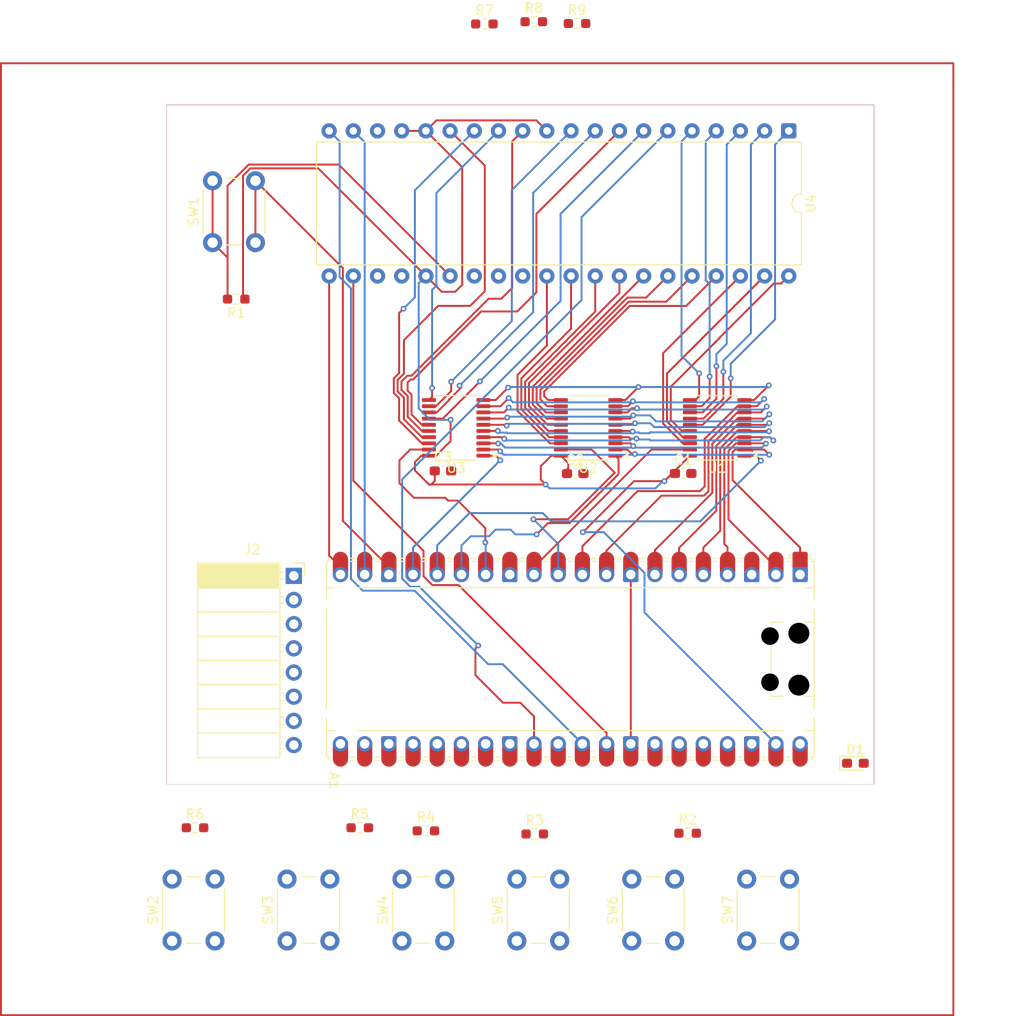
<source format=kicad_pcb>
(kicad_pcb (version 20241229) (generator "pcbnew") (generator_version "9.0")
  (layers (0 "F.Cu" signal) (2 "B.Cu" signal) (13 "F.Paste" user) (15 "B.Paste" user) (5 "F.SilkS" user "F.Silkscreen") (7 "B.SilkS" user "B.Silkscreen") (1 "F.Mask" user) (3 "B.Mask" user) (25 "Edge.Cuts" user))
  (net 0 "")
  (net 1 "IORQ")
  (net 2 "GND")
  (net 3 "SEL1")
  (net 4 "+3.3V")
  (net 5 "/B4")
  (net 6 "MOSI")
  (net 7 "RES")
  (net 8 "DIR2")
  (net 9 "+5V")
  (net 11 "DIR3")
  (net 13 "CS")
  (net 14 "/B5")
  (net 15 "/B3")
  (net 16 "CLK")
  (net 17 "SEL3")
  (net 18 "SCL")
  (net 19 "MREQ")
  (net 20 "DIR1")
  (net 21 "KEYB")
  (net 22 "/B2")
  (net 23 "WR")
  (net 25 "SDA")
  (net 26 "SCK")
  (net 27 "MISO")
  (net 28 "/B7")
  (net 29 "/B0")
  (net 30 "SEL2")
  (net 31 "RD")
  (net 32 "/B6")
  (net 33 "/B1")
  (net 34 "/A13")
  (net 35 "/A10")
  (net 36 "/A9")
  (net 37 "/A12")
  (net 38 "/A14")
  (net 39 "/A11")
  (net 40 "/A15")
  (net 41 "/A8")
  (net 42 "/A4")
  (net 43 "/A3")
  (net 45 "Net-(U4-~{RESET})")
  (net 46 "/A2")
  (net 47 "/A5")
  (net 48 "/A7")
  (net 49 "/A6")
  (net 50 "/A1")
  (net 51 "/A0")
  (net 52 "/D3")
  (net 53 "/D5")
  (net 54 "/D6")
  (net 55 "/D1")
  (net 56 "/D2")
  (net 57 "/D4")
  (net 58 "/D7")
  (net 59 "/D0")
  (net 67 "Net-(R2-Pad2)")
  (net 68 "Net-(R2-Pad1)")
  (net 69 "Net-(R3-Pad1)")
  (net 70 "Net-(R4-Pad1)")
  (footprint "Resistor_SMD:R_0603_1608Metric_Pad0.98x0.95mm_HandSolder" (layer "F.Cu") (at 175.1775 132.82)
    (property "Reference" "R4")
    (property "Value" "R_Small")
  )
  (footprint "Resistor_SMD:R_0603_1608Metric_Pad0.98x0.95mm_HandSolder" (layer "F.Cu") (at 186.5075 47.82)
    (property "Reference" "R8")
    (property "Value" "R_Small")
  )
  (footprint "Resistor_SMD:R_0603_1608Metric_Pad0.98x0.95mm_HandSolder" (layer "F.Cu") (at 150.9375 132.5)
    (property "Reference" "R6")
    (property "Value" "R_Small")
  )
  (footprint "Capacitor_SMD:C_0603_1608Metric_Pad1.08x0.95mm_HandSolder" (layer "F.Cu") (at 176.97 95.01)
    (property "Reference" "C3")
    (property "Value" "C_Small")
  )
  (footprint "Resistor_SMD:R_0603_1608Metric_Pad0.98x0.95mm_HandSolder" (layer "F.Cu") (at 168.2375 132.5)
    (property "Reference" "R5")
    (property "Value" "R_Small")
  )
  (footprint "Package_SO:TSSOP-20_4.4x6.5mm_P0.65mm" (layer "F.Cu") (at 178.3575 90.49 180)
    (property "Reference" "U3")
    (property "Value" "SN74LVC245APW")
  )
  (footprint "Button_Switch_THT:SW_PUSH_6mm" (layer "F.Cu") (at 196.794 144.39 90)
    (property "Reference" "SW6")
    (property "Value" "SW_DIP_x01")
  )
  (footprint "Resistor_SMD:R_0603_1608Metric_Pad0.98x0.95mm_HandSolder" (layer "F.Cu") (at 202.6575 133.07)
    (property "Reference" "R2")
    (property "Value" "R_Small")
  )
  (footprint "Button_Switch_THT:SW_PUSH_6mm" (layer "F.Cu") (at 184.728 144.39 90)
    (property "Reference" "SW5")
    (property "Value" "SW_DIP_x01")
  )
  (footprint "Resistor_SMD:R_0603_1608Metric_Pad0.98x0.95mm_HandSolder" (layer "F.Cu") (at 186.6075 133.15)
    (property "Reference" "R3")
    (property "Value" "R_Small")
  )
  (footprint "LED_SMD:LED_0603_1608Metric_Pad1.05x0.95mm_HandSolder" (layer "F.Cu") (at 220.275 125.72)
    (property "Reference" "D1")
    (property "Value" "LED_Small")
  )
  (footprint "Button_Switch_THT:SW_PUSH_6mm" (layer "F.Cu") (at 148.53 144.39 90)
    (property "Reference" "SW2")
    (property "Value" "SW_DIP_x01")
  )
  (footprint "Capacitor_SMD:C_0603_1608Metric_Pad1.08x0.95mm_HandSolder" (layer "F.Cu") (at 190.86 95.29)
    (property "Reference" "C2")
    (property "Value" "C_Small")
  )
  (footprint "Package_DIP:DIP-40_W15.24mm" (layer "F.Cu") (at 213.28 59.29 -90)
    (property "Reference" "U4")
    (property "Value" "Z084000xP")
  )
  (footprint "Button_Switch_THT:SW_PUSH_6mm" (layer "F.Cu") (at 160.596 144.39 90)
    (property "Reference" "SW3")
    (property "Value" "SW_DIP_x01")
  )
  (footprint "Resistor_SMD:R_0603_1608Metric_Pad0.98x0.95mm_HandSolder" (layer "F.Cu") (at 155.2625 76.96 180)
    (property "Reference" "R1")
    (property "Value" "R_Small")
  )
  (footprint "Capacitor_SMD:C_0603_1608Metric_Pad1.08x0.95mm_HandSolder" (layer "F.Cu") (at 202.19 95.28)
    (property "Reference" "C1")
    (property "Value" "C_Small")
  )
  (footprint "Button_Switch_THT:SW_PUSH_6mm" (layer "F.Cu") (at 172.662 144.39 90)
    (property "Reference" "SW4")
    (property "Value" "SW_DIP_x01")
  )
  (footprint "Connector_PinSocket_2.54mm:PinSocket_1x08_P2.54mm_Horizontal" (layer "F.Cu") (at 161.31 106.03)
    (property "Reference" "J2")
    (property "Value" "Micro_SD_Card")
  )
  (footprint "Package_SO:TSSOP-20_4.4x6.5mm_P0.65mm" (layer "F.Cu") (at 192.2125 90.49 180)
    (property "Reference" "U2")
    (property "Value" "SN74LVC245APW")
  )
  (footprint "Resistor_SMD:R_0603_1608Metric_Pad0.98x0.95mm_HandSolder" (layer "F.Cu") (at 181.3175 48.06)
    (property "Reference" "R7")
    (property "Value" "R_Small")
  )
  (footprint "Resistor_SMD:R_0603_1608Metric_Pad0.98x0.95mm_HandSolder" (layer "F.Cu") (at 191.0475 48.01)
    (property "Reference" "R9")
    (property "Value" "R_Small")
  )
  (footprint "Package_SO:TSSOP-20_4.4x6.5mm_P0.65mm" (layer "F.Cu") (at 205.7625 90.49 180)
    (property "Reference" "U1")
    (property "Value" "SN74LVC245APW")
  )
  (footprint "Button_Switch_THT:SW_PUSH_6mm" (layer "F.Cu") (at 152.78 71.03 90)
    (property "Reference" "SW1")
    (property "Value" "SW_DIP_x01")
  )
  (footprint "Module:RaspberryPi_Pico_Common_Unspecified" (layer "F.Cu") (at 190.34 114.79 -90)
    (property "Reference" "A1")
    (property "Value" "RaspberryPi_Pico")
  )
  (footprint "Button_Switch_THT:SW_PUSH_6mm" (layer "F.Cu") (at 208.86 144.39 90)
    (property "Reference" "SW7")
    (property "Value" "SW_DIP_x01")
  )
  (gr_rect (start 130.56 52.19) (end 230.56 152.19) (stroke (width 0.2)) (fill no) (layer "F.Cu"))
  (gr_rect (start 147.96 56.56) (end 222.23 127.94) (stroke (width 0.05)) (fill no) (layer "F.Cu") (net 3))
  (gr_rect (start 147.96 56.56) (end 222.23 127.94) (stroke (width 0.05)) (fill no) (layer "Edge.Cuts"))
  (segment (start 183.25 115.32) (end 181.72 115.32) (width 0.2) (layer "B.Cu") (net 1))
  (segment (start 191.61 123.68) (end 183.25 115.32) (width 0.2) (layer "B.Cu") (net 1))
  (segment (start 181.72 115.32) (end 173.989 107.589) (width 0.2) (layer "B.Cu") (net 1))
  (segment (start 168.54395 107.589) (end 167.311 106.35605) (width 0.2) (layer "B.Cu") (net 1))
  (segment (start 173.989 107.589) (end 168.54395 107.589) (width 0.2) (layer "B.Cu") (net 1))
  (segment (start 166.121 74.64805) (end 166.121 60.391) (width 0.2) (layer "B.Cu") (net 1))
  (segment (start 166.121 60.391) (end 165.02 59.29) (width 0.2) (layer "B.Cu") (net 1))
  (segment (start 167.311 75.83805) (end 166.121 74.64805) (width 0.2) (layer "B.Cu") (net 1))
  (segment (start 167.311 106.35605) (end 167.311 75.83805) (width 0.2) (layer "B.Cu") (net 1))
  (segment (start 181.22 87.565) (end 182.505 87.565) (width 0.2) (layer "F.Cu") (net 2))
  (segment (start 171.29 105.095) (end 171.29 105.9) (width 0.2) (layer "F.Cu") (net 2))
  (segment (start 166.459 100.264) (end 171.29 105.095) (width 0.2) (layer "F.Cu") (net 2))
  (segment (start 195.075 87.565) (end 196.125 87.565) (width 0.2) (layer "F.Cu") (net 2))
  (segment (start 166.459 73.709) (end 166.459 100.264) (width 0.2) (layer "F.Cu") (net 2))
  (segment (start 211.18 86.02) (end 209.635 87.565) (width 0.2) (layer "F.Cu") (net 2))
  (segment (start 209.635 87.565) (end 208.625 87.565) (width 0.2) (layer "F.Cu") (net 2))
  (segment (start 196.125 87.565) (end 197.49 86.2) (width 0.2) (layer "F.Cu") (net 2))
  (segment (start 157.28 71.03) (end 157.28 64.53) (width 0.2) (layer "F.Cu") (net 2))
  (segment (start 182.505 87.565) (end 183.81 86.26) (width 0.2) (layer "F.Cu") (net 2))
  (segment (start 157.28 64.53) (end 166.459 73.709) (width 0.2) (layer "F.Cu") (net 2))
  (segment (start 196.69 105.9) (end 196.69 123.68) (width 0.2) (layer "F.Cu") (net 2))
  (via (at 183.81 86.26) (size 0.6) (drill 0.3) (layers "F.Cu" "B.Cu") (net 2))
  (via (at 197.49 86.2) (size 0.6) (drill 0.3) (layers "F.Cu" "B.Cu") (net 2))
  (via (at 211.18 86.02) (size 0.6) (drill 0.3) (layers "F.Cu" "B.Cu") (net 2))
  (segment (start 183.81 86.26) (end 183.87 86.2) (width 0.2) (layer "B.Cu") (net 2))
  (segment (start 210.98 86.2) (end 211.16 86.02) (width 0.2) (layer "B.Cu") (net 2))
  (segment (start 211.16 86.02) (end 211.18 86.02) (width 0.2) (layer "B.Cu") (net 2))
  (segment (start 183.87 86.2) (end 210.98 86.2) (width 0.2) (layer "B.Cu") (net 2))
  (segment (start 190.1 100.09) (end 195 95.19) (width 0.2) (layer "F.Cu") (net 3))
  (segment (start 192.575 92.765) (end 189.35 92.765) (width 0.2) (layer "F.Cu") (net 3))
  (segment (start 186.47 100.09) (end 190.1 100.09) (width 0.2) (layer "F.Cu") (net 3))
  (segment (start 195 95.19) (end 192.575 92.765) (width 0.2) (layer "F.Cu") (net 3))
  (via (at 186.47 100.09) (size 0.6) (drill 0.3) (layers "F.Cu" "B.Cu") (net 3))
  (segment (start 189.07 102.69) (end 186.47 100.09) (width 0.2) (layer "B.Cu") (net 3))
  (segment (start 189.07 105.9) (end 189.07 102.69) (width 0.2) (layer "B.Cu") (net 3))
  (segment (start 207.887501 90.165) (end 208.625 90.165) (width 0.2) (layer "F.Cu") (net 5))
  (segment (start 181.22 90.165) (end 183.558063 90.165) (width 0.2) (layer "F.Cu") (net 5))
  (segment (start 208.625 90.165) (end 211.063769 90.165) (width 0.2) (layer "F.Cu") (net 5))
  (segment (start 201.77 103.09) (end 205.67 99.19) (width 0.2) (layer "F.Cu") (net 5))
  (segment (start 205.67 99.19) (end 205.67 92.382501) (width 0.2) (layer "F.Cu") (net 5))
  (segment (start 205.67 92.382501) (end 207.887501 90.165) (width 0.2) (layer "F.Cu") (net 5))
  (segment (start 201.77 105.1) (end 201.77 103.09) (width 0.2) (layer "F.Cu") (net 5))
  (segment (start 183.558063 90.165) (end 183.653063 90.26) (width 0.2) (layer "F.Cu") (net 5))
  (segment (start 196.978143 90.165) (end 197.132381 90.010762) (width 0.2) (layer "F.Cu") (net 5))
  (segment (start 195.075 90.165) (end 196.978143 90.165) (width 0.2) (layer "F.Cu") (net 5))
  (segment (start 211.063769 90.165) (end 211.232272 89.996497) (width 0.2) (layer "F.Cu") (net 5))
  (via (at 197.132381 90.010762) (size 0.6) (drill 0.3) (layers "F.Cu" "B.Cu") (net 5))
  (via (at 183.653063 90.26) (size 0.6) (drill 0.3) (layers "F.Cu" "B.Cu") (net 5))
  (via (at 211.232272 89.996497) (size 0.6) (drill 0.3) (layers "F.Cu" "B.Cu") (net 5))
  (segment (start 211.232272 89.996497) (end 211.132094 89.996497) (width 0.2) (layer "B.Cu") (net 5))
  (segment (start 183.653063 90.26) (end 183.853063 90.06) (width 0.2) (layer "B.Cu") (net 5))
  (segment (start 210.718591 90.41) (end 199.154792 90.41) (width 0.2) (layer "B.Cu") (net 5))
  (segment (start 199.154792 90.41) (end 198.755554 90.010762) (width 0.2) (layer "B.Cu") (net 5))
  (segment (start 198.755554 90.010762) (end 197.132381 90.010762) (width 0.2) (layer "B.Cu") (net 5))
  (segment (start 197.083143 90.06) (end 197.132381 90.010762) (width 0.2) (layer "B.Cu") (net 5))
  (segment (start 183.853063 90.06) (end 197.083143 90.06) (width 0.2) (layer "B.Cu") (net 5))
  (segment (start 211.132094 89.996497) (end 210.718591 90.41) (width 0.2) (layer "B.Cu") (net 5))
  (segment (start 208.625 93.415) (end 209.835 93.415) (width 0.2) (layer "F.Cu") (net 8))
  (segment (start 209.835 93.415) (end 210.355 93.935) (width 0.2) (layer "F.Cu") (net 8))
  (via (at 210.355 93.935) (size 0.6) (drill 0.3) (layers "F.Cu" "B.Cu") (net 8))
  (segment (start 187.445686 99.44) (end 188.315686 100.31) (width 0.2) (layer "B.Cu") (net 8))
  (segment (start 176.37 102.82) (end 179.75 99.44) (width 0.2) (layer "B.Cu") (net 8))
  (segment (start 179.75 99.44) (end 187.445686 99.44) (width 0.2) (layer "B.Cu") (net 8))
  (segment (start 188.315686 100.31) (end 203.98 100.31) (width 0.2) (layer "B.Cu") (net 8))
  (segment (start 203.98 100.31) (end 210.355 93.935) (width 0.2) (layer "B.Cu") (net 8))
  (segment (start 176.37 105.9) (end 176.37 102.82) (width 0.2) (layer "B.Cu") (net 8))
  (segment (start 201.2475 95.28) (end 201.1975 95.23) (width 0.2) (layer "F.Cu") (net 9))
  (segment (start 176.281 58.189) (end 175.18 59.29) (width 0.2) (layer "F.Cu") (net 9))
  (segment (start 187.24 94.515) (end 187.24 94.74) (width 0.2) (layer "F.Cu") (net 9))
  (segment (start 176.84 76.19) (end 175.18 74.53) (width 0.2) (layer "F.Cu") (net 9))
  (segment (start 189.9975 95.29) (end 189.9975 94.85) (width 0.2) (layer "F.Cu") (net 9))
  (segment (start 197.02 96.09) (end 191.66 101.45) (width 0.2) (layer "F.Cu") (net 9))
  (segment (start 178.26 76.19) (end 176.84 76.19) (width 0.2) (layer "F.Cu") (net 9))
  (segment (start 202.9 93.415) (end 200.225 96.09) (width 0.2) (layer "F.Cu") (net 9))
  (segment (start 201.3275 95.28) (end 201.2475 95.28) (width 0.2) (layer "F.Cu") (net 9))
  (segment (start 187.24 95.93) (end 187.75 96.44) (width 0.2) (layer "F.Cu") (net 9))
  (segment (start 176.232499 93.415) (end 177.77 91.877499) (width 0.2) (layer "F.Cu") (net 9))
  (segment (start 175.495 93.415) (end 174.695 93.415) (width 0.2) (layer "F.Cu") (net 9))
  (segment (start 178.99 75.46) (end 178.26 76.19) (width 0.2) (layer "F.Cu") (net 9))
  (segment (start 187.24 94.74) (end 187.24 95.93) (width 0.2) (layer "F.Cu") (net 9))
  (segment (start 177.77 91.877499) (end 177.77 89.64) (width 0.2) (layer "F.Cu") (net 9))
  (segment (start 189.35 93.415) (end 188.34 93.415) (width 0.2) (layer "F.Cu") (net 9))
  (segment (start 174.695 93.415) (end 174.03 94.08) (width 0.2) (layer "F.Cu") (net 9))
  (segment (start 174.03 94.97) (end 175.5 96.44) (width 0.2) (layer "F.Cu") (net 9))
  (segment (start 174.03 94.08) (end 174.03 94.97) (width 0.2) (layer "F.Cu") (net 9))
  (segment (start 178.99 63.1) (end 178.99 75.46) (width 0.2) (layer "F.Cu") (net 9))
  (segment (start 175.18 74.53) (end 163.879 63.229) (width 0.2) (layer "F.Cu") (net 9))
  (segment (start 155.979 63.991108) (end 155.979 76.764) (width 0.2) (layer "F.Cu") (net 9))
  (segment (start 200.225 96.09) (end 200.22 96.09) (width 0.2) (layer "F.Cu") (net 9))
  (segment (start 175.74 96.44) (end 175.5 96.44) (width 0.2) (layer "F.Cu") (net 9))
  (segment (start 172.64 59.29) (end 175.18 59.29) (width 0.2) (layer "F.Cu") (net 9))
  (segment (start 175.18 59.29) (end 178.99 63.1) (width 0.2) (layer "F.Cu") (net 9))
  (segment (start 189.9975 94.85) (end 190.1275 94.72) (width 0.2) (layer "F.Cu") (net 9))
  (segment (start 175.495 93.415) (end 176.232499 93.415) (width 0.2) (layer "F.Cu") (net 9))
  (segment (start 190.1275 94.72) (end 190.1275 94.1925) (width 0.2) (layer "F.Cu") (net 9))
  (segment (start 186.779 58.189) (end 176.281 58.189) (width 0.2) (layer "F.Cu") (net 9))
  (segment (start 201.1975 95.23) (end 201.08 95.23) (width 0.2) (layer "F.Cu") (net 9))
  (segment (start 188.34 93.415) (end 187.24 94.515) (width 0.2) (layer "F.Cu") (net 9))
  (segment (start 176.1075 96.0725) (end 175.74 96.44) (width 0.2) (layer "F.Cu") (net 9))
  (segment (start 190.1275 94.1925) (end 189.35 93.415) (width 0.2) (layer "F.Cu") (net 9))
  (segment (start 176.1075 95.01) (end 176.1075 96.0725) (width 0.2) (layer "F.Cu") (net 9))
  (segment (start 175.5 96.44) (end 187.75 96.44) (width 0.2) (layer "F.Cu") (net 9))
  (segment (start 155.979 76.764) (end 156.175 76.96) (width 0.2) (layer "F.Cu") (net 9))
  (segment (start 156.741108 63.229) (end 155.979 63.991108) (width 0.2) (layer "F.Cu") (net 9))
  (segment (start 200.22 96.09) (end 197.02 96.09) (width 0.2) (layer "F.Cu") (net 9))
  (segment (start 201.08 95.23) (end 200.22 96.09) (width 0.2) (layer "F.Cu") (net 9))
  (segment (start 163.879 63.229) (end 156.741108 63.229) (width 0.2) (layer "F.Cu") (net 9))
  (segment (start 187.88 59.29) (end 186.779 58.189) (width 0.2) (layer "F.Cu") (net 9))
  (via (at 177.77 89.64) (size 0.6) (drill 0.3) (layers "F.Cu" "B.Cu") (net 9))
  (via (at 191.66 101.45) (size 0.6) (drill 0.3) (layers "F.Cu" "B.Cu") (net 9))
  (via (at 200.22 96.09) (size 0.6) (drill 0.3) (layers "F.Cu" "B.Cu") (net 9))
  (via (at 187.75 96.44) (size 0.6) (drill 0.3) (layers "F.Cu" "B.Cu") (net 9))
  (segment (start 193.86 101.45) (end 191.66 101.45) (width 0.2) (layer "B.Cu") (net 9))
  (segment (start 211.93 123.68) (end 198.129 109.879) (width 0.2) (layer "B.Cu") (net 9))
  (segment (start 200.04 96.09) (end 200.22 96.09) (width 0.2) (layer "B.Cu") (net 9))
  (segment (start 187.75 96.44) (end 188.16 96.85) (width 0.2) (layer "B.Cu") (net 9))
  (segment (start 175.61 89.64) (end 174.42 88.45) (width 0.2) (layer "B.Cu") (net 9))
  (segment (start 174.42 88.45) (end 174.42 75.29) (width 0.2) (layer "B.Cu") (net 9))
  (segment (start 174.42 75.29) (end 175.18 74.53) (width 0.2) (layer "B.Cu") (net 9))
  (segment (start 199.28 96.85) (end 200.04 96.09) (width 0.2) (layer "B.Cu") (net 9))
  (segment (start 188.16 96.85) (end 199.28 96.85) (width 0.2) (layer "B.Cu") (net 9))
  (segment (start 198.129 109.879) (end 198.129 105.719) (width 0.2) (layer "B.Cu") (net 9))
  (segment (start 177.77 89.64) (end 175.61 89.64) (width 0.2) (layer "B.Cu") (net 9))
  (segment (start 198.129 105.719) (end 193.86 101.45) (width 0.2) (layer "B.Cu") (net 9))
  (segment (start 182.515 93.415) (end 182.99 93.89) (width 0.2) (layer "F.Cu") (net 11))
  (segment (start 181.22 93.415) (end 182.515 93.415) (width 0.2) (layer "F.Cu") (net 11))
  (via (at 182.99 93.89) (size 0.6) (drill 0.3) (layers "F.Cu" "B.Cu") (net 11))
  (segment (start 173.83 103.05) (end 182.99 93.89) (width 0.2) (layer "B.Cu") (net 11))
  (segment (start 173.83 105.9) (end 173.83 103.05) (width 0.2) (layer "B.Cu") (net 11))
  (segment (start 210.775 89.515) (end 211.23 89.06) (width 0.2) (layer "F.Cu") (net 14))
  (segment (start 196.616938 89.515) (end 196.951768 89.18017) (width 0.2) (layer "F.Cu") (net 14))
  (segment (start 205.25 92.152501) (end 207.887501 89.515) (width 0.2) (layer "F.Cu") (net 14))
  (segment (start 181.22 89.515) (end 183.614564 89.515) (width 0.2) (layer "F.Cu") (net 14))
  (segment (start 208.625 89.515) (end 210.775 89.515) (width 0.2) (layer "F.Cu") (net 14))
  (segment (start 199.23 103.325686) (end 205.25 97.305685) (width 0.2) (layer "F.Cu") (net 14))
  (segment (start 195.075 89.515) (end 196.616938 89.515) (width 0.2) (layer "F.Cu") (net 14))
  (segment (start 207.887501 89.515) (end 208.625 89.515) (width 0.2) (layer "F.Cu") (net 14))
  (segment (start 199.23 105.1) (end 199.23 103.325686) (width 0.2) (layer "F.Cu") (net 14))
  (segment (start 205.25 97.305685) (end 205.25 92.152501) (width 0.2) (layer "F.Cu") (net 14))
  (segment (start 183.614564 89.515) (end 183.717147 89.412417) (width 0.2) (layer "F.Cu") (net 14))
  (via (at 196.951768 89.18017) (size 0.6) (drill 0.3) (layers "F.Cu" "B.Cu") (net 14))
  (via (at 211.23 89.06) (size 0.6) (drill 0.3) (layers "F.Cu" "B.Cu") (net 14))
  (via (at 183.717147 89.412417) (size 0.6) (drill 0.3) (layers "F.Cu" "B.Cu") (net 14))
  (segment (start 199.345199 89.81) (end 198.715369 89.18017) (width 0.2) (layer "B.Cu") (net 14))
  (segment (start 183.717147 89.412417) (end 183.819564 89.31) (width 0.2) (layer "B.Cu") (net 14))
  (segment (start 196.821938 89.31) (end 196.951768 89.18017) (width 0.2) (layer "B.Cu") (net 14))
  (segment (start 183.819564 89.31) (end 196.821938 89.31) (width 0.2) (layer "B.Cu") (net 14))
  (segment (start 198.715369 89.18017) (end 196.951768 89.18017) (width 0.2) (layer "B.Cu") (net 14))
  (segment (start 211.23 89.06) (end 210.48 89.81) (width 0.2) (layer "B.Cu") (net 14))
  (segment (start 210.48 89.81) (end 199.345199 89.81) (width 0.2) (layer "B.Cu") (net 14))
  (segment (start 207.887501 90.815) (end 208.625 90.815) (width 0.2) (layer "F.Cu") (net 15))
  (segment (start 206.08 92.622501) (end 207.887501 90.815) (width 0.2) (layer "F.Cu") (net 15))
  (segment (start 211.17092 90.815) (end 211.201875 90.845955) (width 0.2) (layer "F.Cu") (net 15))
  (segment (start 181.225 90.81) (end 181.22 90.815) (width 0.2) (layer "F.Cu") (net 15))
  (segment (start 196.818108 90.815) (end 196.879484 90.876376) (width 0.2) (layer "F.Cu") (net 15))
  (segment (start 182.73 90.81) (end 181.225 90.81) (width 0.2) (layer "F.Cu") (net 15))
  (segment (start 206.08 101.3) (end 206.08 92.622501) (width 0.2) (layer "F.Cu") (net 15))
  (segment (start 204.31 103.07) (end 206.08 101.3) (width 0.2) (layer "F.Cu") (net 15))
  (segment (start 204.31 105.1) (end 204.31 103.07) (width 0.2) (layer "F.Cu") (net 15))
  (segment (start 195.075 90.815) (end 196.818108 90.815) (width 0.2) (layer "F.Cu") (net 15))
  (segment (start 208.625 90.815) (end 211.17092 90.815) (width 0.2) (layer "F.Cu") (net 15))
  (via (at 182.73 90.81) (size 0.6) (drill 0.3) (layers "F.Cu" "B.Cu") (net 15))
  (via (at 211.201875 90.845955) (size 0.6) (drill 0.3) (layers "F.Cu" "B.Cu") (net 15))
  (via (at 196.879484 90.876376) (size 0.6) (drill 0.3) (layers "F.Cu" "B.Cu") (net 15))
  (segment (start 197.556868 90.971978) (end 197.64489 91.06) (width 0.2) (layer "B.Cu") (net 15))
  (segment (start 198.73 90.97502) (end 198.758759 90.946261) (width 0.2) (layer "B.Cu") (net 15))
  (segment (start 182.73 90.81) (end 182.906968 90.986968) (width 0.2) (layer "B.Cu") (net 15))
  (segment (start 183.749785 91.06) (end 196.930368 91.06) (width 0.2) (layer "B.Cu") (net 15))
  (segment (start 197.64489 91.06) (end 198.629997 91.06) (width 0.2) (layer "B.Cu") (net 15))
  (segment (start 182.906968 90.986968) (end 183.676753 90.986968) (width 0.2) (layer "B.Cu") (net 15))
  (segment (start 211.189487 90.959997) (end 211.201875 90.947609) (width 0.2) (layer "B.Cu") (net 15))
  (segment (start 198.629997 91.06) (end 198.73 90.959997) (width 0.2) (layer "B.Cu") (net 15))
  (segment (start 183.676753 90.986968) (end 183.749785 91.06) (width 0.2) (layer "B.Cu") (net 15))
  (segment (start 198.73 90.959997) (end 211.189487 90.959997) (width 0.2) (layer "B.Cu") (net 15))
  (segment (start 198.73 90.97502) (end 198.73 90.959997) (width 0.2) (layer "B.Cu") (net 15))
  (segment (start 196.930368 91.06) (end 197.01839 90.971978) (width 0.2) (layer "B.Cu") (net 15))
  (segment (start 198.73 90.97502) (end 198.758759 90.946261) (width 0.2) (layer "B.Cu") (net 15))
  (segment (start 198.73 90.97502) (end 198.73 90.959997) (width 0.2) (layer "B.Cu") (net 15))
  (segment (start 197.01839 90.971978) (end 197.556868 90.971978) (width 0.2) (layer "B.Cu") (net 15))
  (segment (start 211.201875 90.947609) (end 211.201875 90.845955) (width 0.2) (layer "B.Cu") (net 15))
  (segment (start 186.53 123.68) (end 186.53 120.798188) (width 0.2) (layer "F.Cu") (net 16))
  (segment (start 183.271019 119.361019) (end 180.38 116.47) (width 0.2) (layer "F.Cu") (net 16))
  (segment (start 180.38 116.47) (end 180.38 113.65) (width 0.2) (layer "F.Cu") (net 16))
  (segment (start 180.38 113.65) (end 180.67462 113.35538) (width 0.2) (layer "F.Cu") (net 16))
  (segment (start 186.53 120.798188) (end 185.092831 119.361019) (width 0.2) (layer "F.Cu") (net 16))
  (segment (start 185.092831 119.361019) (end 183.271019 119.361019) (width 0.2) (layer "F.Cu") (net 16))
  (via (at 180.67462 113.35538) (size 0.6) (drill 0.3) (layers "F.Cu" "B.Cu") (net 16))
  (segment (start 172.683 95.897) (end 172.683 106.324479) (width 0.2) (layer "B.Cu") (net 16))
  (segment (start 172.683 106.324479) (end 173.547521 107.189) (width 0.2) (layer "B.Cu") (net 16))
  (segment (start 191.521 77.059) (end 172.683 95.897) (width 0.2) (layer "B.Cu") (net 16))
  (segment (start 191.521 68.349) (end 191.521 77.059) (width 0.2) (layer "B.Cu") (net 16))
  (segment (start 173.547521 107.189) (end 174.50824 107.189) (width 0.2) (layer "B.Cu") (net 16))
  (segment (start 200.58 59.29) (end 191.521 68.349) (width 0.2) (layer "B.Cu") (net 16))
  (segment (start 174.50824 107.189) (end 180.67462 113.35538) (width 0.2) (layer "B.Cu") (net 16))
  (segment (start 172.4 96.31) (end 173.92 97.83) (width 0.2) (layer "F.Cu") (net 17))
  (segment (start 177.205686 97.83) (end 177.505686 98.13) (width 0.2) (layer "F.Cu") (net 17))
  (segment (start 175.495 92.765) (end 173.535 92.765) (width 0.2) (layer "F.Cu") (net 17))
  (segment (start 177.505686 98.13) (end 178.53 98.13) (width 0.2) (layer "F.Cu") (net 17))
  (segment (start 181.42 101.02) (end 181.42 102.53) (width 0.2) (layer "F.Cu") (net 17))
  (segment (start 178.53 98.13) (end 181.42 101.02) (width 0.2) (layer "F.Cu") (net 17))
  (segment (start 173.92 97.83) (end 177.205686 97.83) (width 0.2) (layer "F.Cu") (net 17))
  (segment (start 172.4 93.9) (end 172.4 96.31) (width 0.2) (layer "F.Cu") (net 17))
  (segment (start 173.535 92.765) (end 172.4 93.9) (width 0.2) (layer "F.Cu") (net 17))
  (via (at 181.42 102.53) (size 0.6) (drill 0.3) (layers "F.Cu" "B.Cu") (net 17))
  (segment (start 181.45 105.9) (end 181.45 102.56) (width 0.2) (layer "B.Cu") (net 17))
  (segment (start 181.45 102.56) (end 181.42 102.53) (width 0.2) (layer "B.Cu") (net 17))
  (segment (start 168.75 60.48) (end 167.56 59.29) (width 0.2) (layer "B.Cu") (net 19))
  (segment (start 168.75 105.9) (end 168.75 60.48) (width 0.2) (layer "B.Cu") (net 19))
  (segment (start 186.81 101.68) (end 186.8 101.68) (width 0.2) (layer "F.Cu") (net 20))
  (segment (start 195.075 93.415) (end 195.4 93.74) (width 0.2) (layer "F.Cu") (net 20))
  (segment (start 188 100.49) (end 186.81 101.68) (width 0.2) (layer "F.Cu") (net 20))
  (segment (start 195.4 95.355686) (end 190.265685 100.49) (width 0.2) (layer "F.Cu") (net 20))
  (segment (start 190.265685 100.49) (end 188 100.49) (width 0.2) (layer "F.Cu") (net 20))
  (segment (start 195.4 93.74) (end 195.4 95.355686) (width 0.2) (layer "F.Cu") (net 20))
  (via (at 186.8 101.68) (size 0.6) (drill 0.3) (layers "F.Cu" "B.Cu") (net 20))
  (segment (start 181.79863 101.88) (end 182.49863 101.18) (width 0.2) (layer "B.Cu") (net 20))
  (segment (start 178.91 105.9) (end 178.91 102.85) (width 0.2) (layer "B.Cu") (net 20))
  (segment (start 179.88 101.88) (end 181.79863 101.88) (width 0.2) (layer "B.Cu") (net 20))
  (segment (start 184.575686 101.68) (end 186.8 101.68) (width 0.2) (layer "B.Cu") (net 20))
  (segment (start 182.49863 101.18) (end 184.075686 101.18) (width 0.2) (layer "B.Cu") (net 20))
  (segment (start 184.075686 101.18) (end 184.575686 101.68) (width 0.2) (layer "B.Cu") (net 20))
  (segment (start 178.91 102.85) (end 179.88 101.88) (width 0.2) (layer "B.Cu") (net 20))
  (segment (start 206.51 102.68) (end 206.51 92.76863) (width 0.2) (layer "F.Cu") (net 22))
  (segment (start 183.235546 91.465) (end 183.407514 91.636968) (width 0.2) (layer "F.Cu") (net 22))
  (segment (start 206.85 103.02) (end 206.51 102.68) (width 0.2) (layer "F.Cu") (net 22))
  (segment (start 206.85 105.1) (end 206.85 103.02) (width 0.2) (layer "F.Cu") (net 22))
  (segment (start 196.465761 91.465) (end 196.622739 91.621978) (width 0.2) (layer "F.Cu") (net 22))
  (segment (start 208.625 91.465) (end 211.313162 91.465) (width 0.2) (layer "F.Cu") (net 22))
  (segment (start 195.075 91.465) (end 196.465761 91.465) (width 0.2) (layer "F.Cu") (net 22))
  (segment (start 206.51 92.76863) (end 207.81363 91.465) (width 0.2) (layer "F.Cu") (net 22))
  (segment (start 211.313162 91.465) (end 211.65599 91.807828) (width 0.2) (layer "F.Cu") (net 22))
  (segment (start 196.622739 91.621978) (end 197.287629 91.621978) (width 0.2) (layer "F.Cu") (net 22))
  (segment (start 181.22 91.465) (end 183.235546 91.465) (width 0.2) (layer "F.Cu") (net 22))
  (segment (start 207.81363 91.465) (end 208.625 91.465) (width 0.2) (layer "F.Cu") (net 22))
  (via (at 197.287629 91.621978) (size 0.6) (drill 0.3) (layers "F.Cu" "B.Cu") (net 22))
  (via (at 183.407514 91.636968) (size 0.6) (drill 0.3) (layers "F.Cu" "B.Cu") (net 22))
  (via (at 211.65599 91.807828) (size 0.6) (drill 0.3) (layers "F.Cu" "B.Cu") (net 22))
  (segment (start 196.807687 91.621978) (end 197.287629 91.621978) (width 0.2) (layer "B.Cu") (net 22))
  (segment (start 183.580546 91.81) (end 196.619665 91.81) (width 0.2) (layer "B.Cu") (net 22))
  (segment (start 210.605792 91.493398) (end 210.28919 91.81) (width 0.2) (layer "B.Cu") (net 22))
  (segment (start 196.619665 91.81) (end 196.807687 91.621978) (width 0.2) (layer "B.Cu") (net 22))
  (segment (start 211.34156 91.493398) (end 210.605792 91.493398) (width 0.2) (layer "B.Cu") (net 22))
  (segment (start 197.375651 91.71) (end 197.287629 91.621978) (width 0.2) (layer "B.Cu") (net 22))
  (segment (start 211.65599 91.807828) (end 211.34156 91.493398) (width 0.2) (layer "B.Cu") (net 22))
  (segment (start 210.28919 91.81) (end 198.747472 91.81) (width 0.2) (layer "B.Cu") (net 22))
  (segment (start 198.647472 91.71) (end 197.375651 91.71) (width 0.2) (layer "B.Cu") (net 22))
  (segment (start 198.747472 91.81) (end 198.647472 91.71) (width 0.2) (layer "B.Cu") (net 22))
  (segment (start 183.407514 91.636968) (end 183.580546 91.81) (width 0.2) (layer "B.Cu") (net 22))
  (segment (start 194.15 123.68) (end 194.15 122.54863) (width 0.2) (layer "F.Cu") (net 23))
  (segment (start 174.931 106.081) (end 174.931 103.411) (width 0.2) (layer "F.Cu") (net 23))
  (segment (start 178.60737 107.006) (end 175.856 107.006) (width 0.2) (layer "F.Cu") (net 23))
  (segment (start 194.15 122.54863) (end 178.60737 107.006) (width 0.2) (layer "F.Cu") (net 23))
  (segment (start 175.856 107.006) (end 174.931 106.081) (width 0.2) (layer "F.Cu") (net 23))
  (segment (start 167.56 96.04) (end 167.56 74.53) (width 0.2) (layer "F.Cu") (net 23))
  (segment (start 174.931 103.411) (end 167.56 96.04) (width 0.2) (layer "F.Cu") (net 23))
  (segment (start 196.393797 88.215) (end 196.912518 87.696279) (width 0.2) (layer "F.Cu") (net 28))
  (segment (start 181.22 88.215) (end 183.015 88.215) (width 0.2) (layer "F.Cu") (net 28))
  (segment (start 195.075 88.215) (end 196.393797 88.215) (width 0.2) (layer "F.Cu") (net 28))
  (segment (start 208.625 88.215) (end 209.924646 88.215) (width 0.2) (layer "F.Cu") (net 28))
  (segment (start 204.45 96.64) (end 204.45 91.652501) (width 0.2) (layer "F.Cu") (net 28))
  (segment (start 197.4 97.13) (end 203.96 97.13) (width 0.2) (layer "F.Cu") (net 28))
  (segment (start 183.015 88.215) (end 183.87 87.36) (width 0.2) (layer "F.Cu") (net 28))
  (segment (start 204.45 91.652501) (end 207.887501 88.215) (width 0.2) (layer "F.Cu") (net 28))
  (segment (start 191.61 102.92) (end 197.4 97.13) (width 0.2) (layer "F.Cu") (net 28))
  (segment (start 209.924646 88.215) (end 210.692412 87.447234) (width 0.2) (layer "F.Cu") (net 28))
  (segment (start 207.887501 88.215) (end 208.625 88.215) (width 0.2) (layer "F.Cu") (net 28))
  (segment (start 203.96 97.13) (end 204.45 96.64) (width 0.2) (layer "F.Cu") (net 28))
  (segment (start 191.61 105.1) (end 191.61 102.92) (width 0.2) (layer "F.Cu") (net 28))
  (via (at 210.692412 87.447234) (size 0.6) (drill 0.3) (layers "F.Cu" "B.Cu") (net 28))
  (via (at 196.912518 87.696279) (size 0.6) (drill 0.3) (layers "F.Cu" "B.Cu") (net 28))
  (via (at 183.87 87.36) (size 0.6) (drill 0.3) (layers "F.Cu" "B.Cu") (net 28))
  (segment (start 197.026239 87.81) (end 196.912518 87.696279) (width 0.2) (layer "B.Cu") (net 28))
  (segment (start 196.912518 87.696279) (end 196.798797 87.81) (width 0.2) (layer "B.Cu") (net 28))
  (segment (start 184.32 87.81) (end 183.87 87.36) (width 0.2) (layer "B.Cu") (net 28))
  (segment (start 196.798797 87.81) (end 184.32 87.81) (width 0.2) (layer "B.Cu") (net 28))
  (segment (start 210.692412 87.447234) (end 210.329646 87.81) (width 0.2) (layer "B.Cu") (net 28))
  (segment (start 210.329646 87.81) (end 197.026239 87.81) (width 0.2) (layer "B.Cu") (net 28))
  (segment (start 210.685 92.765) (end 211.23 93.31) (width 0.2) (layer "F.Cu") (net 29))
  (segment (start 182.785003 92.765) (end 182.98 92.959997) (width 0.2) (layer "F.Cu") (net 29))
  (segment (start 196.33 92.765) (end 196.799175 93.234175) (width 0.2) (layer "F.Cu") (net 29))
  (segment (start 207.38 93.03) (end 207.645 92.765) (width 0.2) (layer "F.Cu") (net 29))
  (segment (start 207.38 95.98) (end 207.38 93.03) (width 0.2) (layer "F.Cu") (net 29))
  (segment (start 195.075 92.765) (end 196.33 92.765) (width 0.2) (layer "F.Cu") (net 29))
  (segment (start 214.47 105.1) (end 214.47 103.07) (width 0.2) (layer "F.Cu") (net 29))
  (segment (start 208.625 92.765) (end 210.685 92.765) (width 0.2) (layer "F.Cu") (net 29))
  (segment (start 214.47 103.07) (end 207.38 95.98) (width 0.2) (layer "F.Cu") (net 29))
  (segment (start 196.799175 93.234175) (end 197.116586 93.234175) (width 0.2) (layer "F.Cu") (net 29))
  (segment (start 181.22 92.765) (end 182.785003 92.765) (width 0.2) (layer "F.Cu") (net 29))
  (segment (start 207.645 92.765) (end 208.625 92.765) (width 0.2) (layer "F.Cu") (net 29))
  (segment (start 209.43737 92.92) (end 209.43137 92.914) (width 0.2) (layer "F.Cu") (net 29))
  (via (at 197.116586 93.234175) (size 0.6) (drill 0.3) (layers "F.Cu" "B.Cu") (net 29))
  (via (at 211.23 93.31) (size 0.6) (drill 0.3) (layers "F.Cu" "B.Cu") (net 29))
  (via (at 182.98 92.959997) (size 0.6) (drill 0.3) (layers "F.Cu" "B.Cu") (net 29))
  (segment (start 211.23 93.31) (end 197.192411 93.31) (width 0.2) (layer "B.Cu") (net 29))
  (segment (start 182.98 92.959997) (end 183.330003 93.31) (width 0.2) (layer "B.Cu") (net 29))
  (segment (start 197.040761 93.31) (end 197.116586 93.234175) (width 0.2) (layer "B.Cu") (net 29))
  (segment (start 197.192411 93.31) (end 197.116586 93.234175) (width 0.2) (layer "B.Cu") (net 29))
  (segment (start 183.330003 93.31) (end 197.040761 93.31) (width 0.2) (layer "B.Cu") (net 29))
  (segment (start 202.9 92.765) (end 198.865 92.765) (width 0.2) (layer "F.Cu") (net 30))
  (segment (start 198.865 92.765) (end 186.53 105.1) (width 0.2) (layer "F.Cu") (net 30))
  (segment (start 165.02 103.91) (end 165.02 74.53) (width 0.2) (layer "F.Cu") (net 31))
  (segment (start 166.21 105.1) (end 165.02 103.91) (width 0.2) (layer "F.Cu") (net 31))
  (segment (start 204.38 97.61) (end 204.85 97.14) (width 0.2) (layer "F.Cu") (net 32))
  (segment (start 210.349823 88.865) (end 210.961206 88.253617) (width 0.2) (layer "F.Cu") (net 32))
  (segment (start 199.91 97.61) (end 204.38 97.61) (width 0.2) (layer "F.Cu") (net 32))
  (segment (start 183.365 88.865) (end 183.87 88.36) (width 0.2) (layer "F.Cu") (net 32))
  (segment (start 196.785429 88.42727) (end 197.346287 88.42727) (width 0.2) (layer "F.Cu") (net 32))
  (segment (start 207.887501 88.865) (end 208.625 88.865) (width 0.2) (layer "F.Cu") (net 32))
  (segment (start 194.15 103.37) (end 199.91 97.61) (width 0.2) (layer "F.Cu") (net 32))
  (segment (start 208.625 88.865) (end 210.349823 88.865) (width 0.2) (layer "F.Cu") (net 32))
  (segment (start 204.85 91.902501) (end 207.887501 88.865) (width 0.2) (layer "F.Cu") (net 32))
  (segment (start 196.347699 88.865) (end 196.785429 88.42727) (width 0.2) (layer "F.Cu") (net 32))
  (segment (start 204.85 97.14) (end 204.85 91.902501) (width 0.2) (layer "F.Cu") (net 32))
  (segment (start 195.075 88.865) (end 196.347699 88.865) (width 0.2) (layer "F.Cu") (net 32))
  (segment (start 194.15 105.1) (end 194.15 103.37) (width 0.2) (layer "F.Cu") (net 32))
  (segment (start 181.22 88.865) (end 183.365 88.865) (width 0.2) (layer "F.Cu") (net 32))
  (via (at 197.346287 88.42727) (size 0.6) (drill 0.3) (layers "F.Cu" "B.Cu") (net 32))
  (via (at 183.87 88.36) (size 0.6) (drill 0.3) (layers "F.Cu" "B.Cu") (net 32))
  (via (at 210.961206 88.253617) (size 0.6) (drill 0.3) (layers "F.Cu" "B.Cu") (net 32))
  (segment (start 210.961206 88.253617) (end 210.652307 88.562516) (width 0.2) (layer "B.Cu") (net 32))
  (segment (start 197.211041 88.562516) (end 184.072516 88.562516) (width 0.2) (layer "B.Cu") (net 32))
  (segment (start 197.481533 88.562516) (end 197.346287 88.42727) (width 0.2) (layer "B.Cu") (net 32))
  (segment (start 197.346287 88.42727) (end 197.211041 88.562516) (width 0.2) (layer "B.Cu") (net 32))
  (segment (start 184.072516 88.562516) (end 183.87 88.36) (width 0.2) (layer "B.Cu") (net 32))
  (segment (start 210.652307 88.562516) (end 197.481533 88.562516) (width 0.2) (layer "B.Cu") (net 32))
  (segment (start 195.075 92.115) (end 196.66171 92.115) (width 0.2) (layer "F.Cu") (net 33))
  (segment (start 196.66171 92.115) (end 196.947807 92.401097) (width 0.2) (layer "F.Cu") (net 33))
  (segment (start 206.95 92.894315) (end 207.729315 92.115) (width 0.2) (layer "F.Cu") (net 33))
  (segment (start 211.93 105.1) (end 206.95 100.12) (width 0.2) (layer "F.Cu") (net 33))
  (segment (start 206.95 100.12) (end 206.95 92.894315) (width 0.2) (layer "F.Cu") (net 33))
  (segment (start 182.745224 92.115) (end 182.767269 92.137045) (width 0.2) (layer "F.Cu") (net 33))
  (segment (start 210.846633 92.115) (end 210.875031 92.143398) (width 0.2) (layer "F.Cu") (net 33))
  (segment (start 181.22 92.115) (end 182.745224 92.115) (width 0.2) (layer "F.Cu") (net 33))
  (segment (start 207.729315 92.115) (end 208.625 92.115) (width 0.2) (layer "F.Cu") (net 33))
  (segment (start 208.625 92.115) (end 210.846633 92.115) (width 0.2) (layer "F.Cu") (net 33))
  (via (at 182.767269 92.137045) (size 0.6) (drill 0.3) (layers "F.Cu" "B.Cu") (net 33))
  (via (at 210.875031 92.143398) (size 0.6) (drill 0.3) (layers "F.Cu" "B.Cu") (net 33))
  (via (at 196.947807 92.401097) (size 0.6) (drill 0.3) (layers "F.Cu" "B.Cu") (net 33))
  (segment (start 183.076287 92.137045) (end 182.767269 92.137045) (width 0.2) (layer "B.Cu") (net 33))
  (segment (start 210.458429 92.56) (end 183.499242 92.56) (width 0.2) (layer "B.Cu") (net 33))
  (segment (start 210.875031 92.143398) (end 210.458429 92.56) (width 0.2) (layer "B.Cu") (net 33))
  (segment (start 183.499242 92.56) (end 183.076287 92.137045) (width 0.2) (layer "B.Cu") (net 33))
  (segment (start 205.68 87.43) (end 205.68 84.01) (width 0.2) (layer "F.Cu") (net 34))
  (segment (start 202.9 88.865) (end 204.245 88.865) (width 0.2) (layer "F.Cu") (net 34))
  (segment (start 204.245 88.865) (end 205.68 87.43) (width 0.2) (layer "F.Cu") (net 34))
  (via (at 205.68 84.01) (size 0.6) (drill 0.3) (layers "F.Cu" "B.Cu") (net 34))
  (segment (start 206.761 81.669) (end 206.761 60.729) (width 0.2) (layer "B.Cu") (net 34))
  (segment (start 205.68 82.75) (end 206.761 81.669) (width 0.2) (layer "B.Cu") (net 34))
  (segment (start 205.68 84.01) (end 205.68 82.75) (width 0.2) (layer "B.Cu") (net 34))
  (segment (start 206.761 60.729) (end 208.2 59.29) (width 0.2) (layer "B.Cu") (net 34))
  (segment (start 200.89 89.645728) (end 200.89 86.17) (width 0.2) (layer "F.Cu") (net 35))
  (segment (start 206.01 81.02) (end 211.700001 75.329999) (width 0.2) (layer "F.Cu") (net 35))
  (segment (start 200.89 86.17) (end 206.01 81.05) (width 0.2) (layer "F.Cu") (net 35))
  (segment (start 202.059272 90.815) (end 200.89 89.645728) (width 0.2) (layer "F.Cu") (net 35))
  (segment (start 206.01 81.05) (end 206.01 81.02) (width 0.2) (layer "F.Cu") (net 35))
  (segment (start 212.480001 75.329999) (end 213.28 74.53) (width 0.2) (layer "F.Cu") (net 35))
  (segment (start 202.9 90.815) (end 202.059272 90.815) (width 0.2) (layer "F.Cu") (net 35))
  (segment (start 211.700001 75.329999) (end 212.480001 75.329999) (width 0.2) (layer "F.Cu") (net 35))
  (segment (start 202.143586 91.465) (end 200.49 89.811413) (width 0.2) (layer "F.Cu") (net 36))
  (segment (start 200.49 84.78) (end 210.74 74.53) (width 0.2) (layer "F.Cu") (net 36))
  (segment (start 202.9 91.465) (end 202.143586 91.465) (width 0.2) (layer "F.Cu") (net 36))
  (segment (start 200.49 89.811413) (end 200.49 84.78) (width 0.2) (layer "F.Cu") (net 36))
  (segment (start 204.325 89.515) (end 206.41 87.43) (width 0.2) (layer "F.Cu") (net 37))
  (segment (start 206.41 87.43) (end 206.41 84.59) (width 0.2) (layer "F.Cu") (net 37))
  (segment (start 202.9 89.515) (end 204.325 89.515) (width 0.2) (layer "F.Cu") (net 37))
  (via (at 206.41 84.59) (size 0.6) (drill 0.3) (layers "F.Cu" "B.Cu") (net 37))
  (segment (start 209.301 60.729) (end 210.74 59.29) (width 0.2) (layer "B.Cu") (net 37))
  (segment (start 206.41 83.43) (end 209.301 80.539) (width 0.2) (layer "B.Cu") (net 37))
  (segment (start 206.41 84.59) (end 206.41 83.43) (width 0.2) (layer "B.Cu") (net 37))
  (segment (start 209.301 80.539) (end 209.301 60.729) (width 0.2) (layer "B.Cu") (net 37))
  (segment (start 204.97 87.38) (end 204.97 85.1) (width 0.2) (layer "F.Cu") (net 38))
  (segment (start 204.135 88.215) (end 204.97 87.38) (width 0.2) (layer "F.Cu") (net 38))
  (segment (start 202.9 88.215) (end 204.135 88.215) (width 0.2) (layer "F.Cu") (net 38))
  (via (at 204.97 85.1) (size 0.6) (drill 0.3) (layers "F.Cu" "B.Cu") (net 38))
  (segment (start 204.559 74.98605) (end 204.559 60.391) (width 0.2) (layer "B.Cu") (net 38))
  (segment (start 204.97 75.39705) (end 204.559 74.98605) (width 0.2) (layer "B.Cu") (net 38))
  (segment (start 204.559 60.391) (end 205.66 59.29) (width 0.2) (layer "B.Cu") (net 38))
  (segment (start 204.97 85.1) (end 204.97 75.39705) (width 0.2) (layer "B.Cu") (net 38))
  (segment (start 207.18 87.225685) (end 207.18 85.29) (width 0.2) (layer "F.Cu") (net 39))
  (segment (start 204.240685 90.165) (end 207.18 87.225685) (width 0.2) (layer "F.Cu") (net 39))
  (segment (start 202.9 90.165) (end 204.240685 90.165) (width 0.2) (layer "F.Cu") (net 39))
  (via (at 207.18 85.29) (size 0.6) (drill 0.3) (layers "F.Cu" "B.Cu") (net 39))
  (segment (start 211.841 79.099) (end 211.841 60.729) (width 0.2) (layer "B.Cu") (net 39))
  (segment (start 211.841 60.729) (end 213.28 59.29) (width 0.2) (layer "B.Cu") (net 39))
  (segment (start 207.18 85.29) (end 207.18 83.76) (width 0.2) (layer "B.Cu") (net 39))
  (segment (start 207.18 83.76) (end 211.841 79.099) (width 0.2) (layer "B.Cu") (net 39))
  (segment (start 203.465 87.565) (end 203.87 87.16) (width 0.2) (layer "F.Cu") (net 40))
  (segment (start 202.9 87.565) (end 203.465 87.565) (width 0.2) (layer "F.Cu") (net 40))
  (segment (start 203.87 87.16) (end 203.87 84.77) (width 0.2) (layer "F.Cu") (net 40))
  (via (at 203.87 84.77) (size 0.6) (drill 0.3) (layers "F.Cu" "B.Cu") (net 40))
  (segment (start 202.019 82.919) (end 203.87 84.77) (width 0.2) (layer "B.Cu") (net 40))
  (segment (start 203.12 59.29) (end 202.019 60.391) (width 0.2) (layer "B.Cu") (net 40))
  (segment (start 202.019 60.391) (end 202.019 82.919) (width 0.2) (layer "B.Cu") (net 40))
  (segment (start 200.090004 82.639996) (end 208.2 74.53) (width 0.2) (layer "F.Cu") (net 41))
  (segment (start 200.090004 90.042503) (end 200.090004 82.639996) (width 0.2) (layer "F.Cu") (net 41))
  (segment (start 202.162501 92.115) (end 200.090004 90.042503) (width 0.2) (layer "F.Cu") (net 41))
  (segment (start 202.9 92.115) (end 202.162501 92.115) (width 0.2) (layer "F.Cu") (net 41))
  (segment (start 186.4 88.047056) (end 186.4 86.17) (width 0.2) (layer "F.Cu") (net 42))
  (segment (start 187.867944 89.515) (end 186.4 88.047056) (width 0.2) (layer "F.Cu") (net 42))
  (segment (start 189.35 89.515) (end 187.867944 89.515) (width 0.2) (layer "F.Cu") (net 42))
  (segment (start 186.4 86.17) (end 198.04 74.53) (width 0.2) (layer "F.Cu") (net 42))
  (segment (start 195.5 76.295685) (end 195.5 74.53) (width 0.2) (layer "F.Cu") (net 43))
  (segment (start 189.35 90.165) (end 187.952259 90.165) (width 0.2) (layer "F.Cu") (net 43))
  (segment (start 186 85.795686) (end 195.5 76.295685) (width 0.2) (layer "F.Cu") (net 43))
  (segment (start 186 88.212741) (end 186 85.795686) (width 0.2) (layer "F.Cu") (net 43))
  (segment (start 187.952259 90.165) (end 186 88.212741) (width 0.2) (layer "F.Cu") (net 43))
  (segment (start 154.35 72.6) (end 154.35 65.051594) (width 0.2) (layer "F.Cu") (net 45))
  (segment (start 154.35 72.6) (end 154.35 76.96) (width 0.2) (layer "F.Cu") (net 45))
  (segment (start 156.573594 62.828) (end 166.018 62.828) (width 0.2) (layer "F.Cu") (net 45))
  (segment (start 152.78 71.03) (end 154.35 72.6) (width 0.2) (layer "F.Cu") (net 45))
  (segment (start 152.78 71.03) (end 152.78 64.53) (width 0.2) (layer "F.Cu") (net 45))
  (segment (start 166.018 62.828) (end 177.72 74.53) (width 0.2) (layer "F.Cu") (net 45))
  (segment (start 154.35 65.051594) (end 156.573594 62.828) (width 0.2) (layer "F.Cu") (net 45))
  (segment (start 189.35 90.815) (end 188.036571 90.815) (width 0.2) (layer "F.Cu") (net 46))
  (segment (start 185.6 85.63) (end 192.96 78.27) (width 0.2) (layer "F.Cu") (net 46))
  (segment (start 188.036571 90.815) (end 185.6 88.378429) (width 0.2) (layer "F.Cu") (net 46))
  (segment (start 185.6 88.378429) (end 185.6 85.63) (width 0.2) (layer "F.Cu") (net 46))
  (segment (start 192.96 78.27) (end 192.96 74.53) (width 0.2) (layer "F.Cu") (net 46))
  (segment (start 196.3371 76.8) (end 198.31 76.8) (width 0.2) (layer "F.Cu") (net 47))
  (segment (start 186.8 87.881371) (end 186.8 86.3371) (width 0.2) (layer "F.Cu") (net 47))
  (segment (start 187.783629 88.865) (end 186.8 87.881371) (width 0.2) (layer "F.Cu") (net 47))
  (segment (start 186.8 86.3371) (end 196.3371 76.8) (width 0.2) (layer "F.Cu") (net 47))
  (segment (start 189.35 88.865) (end 187.783629 88.865) (width 0.2) (layer "F.Cu") (net 47))
  (segment (start 198.31 76.8) (end 200.58 74.53) (width 0.2) (layer "F.Cu") (net 47))
  (segment (start 187.6 86.669886) (end 196.589886 77.68) (width 0.2) (layer "F.Cu") (net 48))
  (segment (start 189.35 87.565) (end 188.015 87.565) (width 0.2) (layer "F.Cu") (net 48))
  (segment (start 202.51 77.68) (end 205.66 74.53) (width 0.2) (layer "F.Cu") (net 48))
  (segment (start 188.015 87.565) (end 187.6 87.15) (width 0.2) (layer "F.Cu") (net 48))
  (segment (start 187.6 87.15) (end 187.6 86.669886) (width 0.2) (layer "F.Cu") (net 48))
  (segment (start 196.589886 77.68) (end 202.51 77.68) (width 0.2) (layer "F.Cu") (net 48))
  (segment (start 196.4742 77.23) (end 200.42 77.23) (width 0.2) (layer "F.Cu") (net 49))
  (segment (start 187.2 87.5) (end 187.2 86.5042) (width 0.2) (layer "F.Cu") (net 49))
  (segment (start 200.42 77.23) (end 203.12 74.53) (width 0.2) (layer "F.Cu") (net 49))
  (segment (start 187.915 88.215) (end 187.2 87.5) (width 0.2) (layer "F.Cu") (net 49))
  (segment (start 187.2 86.5042) (end 196.4742 77.23) (width 0.2) (layer "F.Cu") (net 49))
  (segment (start 189.35 88.215) (end 187.915 88.215) (width 0.2) (layer "F.Cu") (net 49))
  (segment (start 188.120885 91.465) (end 185.2 88.544115) (width 0.2) (layer "F.Cu") (net 50))
  (segment (start 185.2 85.29) (end 190.42 80.07) (width 0.2) (layer "F.Cu") (net 50))
  (segment (start 190.42 80.07) (end 190.42 74.53) (width 0.2) (layer "F.Cu") (net 50))
  (segment (start 189.35 91.465) (end 188.120885 91.465) (width 0.2) (layer "F.Cu") (net 50))
  (segment (start 185.2 88.544115) (end 185.2 85.29) (width 0.2) (layer "F.Cu") (net 50))
  (segment (start 187.88 81.84) (end 187.88 74.53) (width 0.2) (layer "F.Cu") (net 51))
  (segment (start 184.8 88.709801) (end 184.8 84.92) (width 0.2) (layer "F.Cu") (net 51))
  (segment (start 188.205199 92.115) (end 184.8 88.709801) (width 0.2) (layer "F.Cu") (net 51))
  (segment (start 189.35 92.115) (end 188.205199 92.115) (width 0.2) (layer "F.Cu") (net 51))
  (segment (start 184.8 84.92) (end 187.88 81.84) (width 0.2) (layer "F.Cu") (net 51))
  (segment (start 186.779 68.011) (end 195.5 59.29) (width 0.2) (layer "F.Cu") (net 52))
  (segment (start 174.757501 90.165) (end 173.67 89.077499) (width 0.2) (layer "F.Cu") (net 52))
  (segment (start 180.985686 78.26) (end 184.77 78.26) (width 0.2) (layer "F.Cu") (net 52))
  (segment (start 173.836721 85.408965) (end 180.985686 78.26) (width 0.2) (layer "F.Cu") (net 52))
  (segment (start 173.26 86.579743) (end 173.26 85.72) (width 0.2) (layer "F.Cu") (net 52))
  (segment (start 173.67 86.989743) (end 173.26 86.579743) (width 0.2) (layer "F.Cu") (net 52))
  (segment (start 173.26 85.72) (end 173.571035 85.408965) (width 0.2) (layer "F.Cu") (net 52))
  (segment (start 186.779 76.251) (end 186.779 68.011) (width 0.2) (layer "F.Cu") (net 52))
  (segment (start 184.77 78.26) (end 186.779 76.251) (width 0.2) (layer "F.Cu") (net 52))
  (segment (start 173.571035 85.408965) (end 173.836721 85.408965) (width 0.2) (layer "F.Cu") (net 52))
  (segment (start 175.495 90.165) (end 174.757501 90.165) (width 0.2) (layer "F.Cu") (net 52))
  (segment (start 173.67 89.077499) (end 173.67 86.989743) (width 0.2) (layer "F.Cu") (net 52))
  (segment (start 177.6 87.579239) (end 177.6 87.497499) (width 0.2) (layer "F.Cu") (net 53))
  (segment (start 178.71 86.07) (end 178.71 86.06) (width 0.2) (layer "F.Cu") (net 53))
  (segment (start 177.642501 87.497499) (end 178.89 86.25) (width 0.2) (layer "F.Cu") (net 53))
  (segment (start 178.89 86.25) (end 178.71 86.07) (width 0.2) (layer "F.Cu") (net 53))
  (segment (start 177.6 87.497499) (end 177.642501 87.497499) (width 0.2) (layer "F.Cu") (net 53))
  (segment (start 176.314239 88.865) (end 177.6 87.579239) (width 0.2) (layer "F.Cu") (net 53))
  (segment (start 175.495 88.865) (end 176.314239 88.865) (width 0.2) (layer "F.Cu") (net 53))
  (via (at 178.71 86.06) (size 0.6) (drill 0.3) (layers "F.Cu" "B.Cu") (net 53))
  (segment (start 178.71 86.06) (end 186.441 78.329) (width 0.2) (layer "B.Cu") (net 53))
  (segment (start 186.441 78.329) (end 186.441 65.809) (width 0.2) (layer "B.Cu") (net 53))
  (segment (start 186.441 65.809) (end 192.96 59.29) (width 0.2) (layer "B.Cu") (net 53))
  (segment (start 177.83 86.617499) (end 177.83 85.64) (width 0.2) (layer "F.Cu") (net 54))
  (segment (start 175.495 88.215) (end 176.232499 88.215) (width 0.2) (layer "F.Cu") (net 54))
  (segment (start 176.232499 88.215) (end 177.83 86.617499) (width 0.2) (layer "F.Cu") (net 54))
  (via (at 177.83 85.64) (size 0.6) (drill 0.3) (layers "F.Cu" "B.Cu") (net 54))
  (segment (start 184.2 79.27) (end 184.2 65.51) (width 0.2) (layer "B.Cu") (net 54))
  (segment (start 184.2 65.51) (end 190.42 59.29) (width 0.2) (layer "B.Cu") (net 54))
  (segment (start 177.83 85.64) (end 184.2 79.27) (width 0.2) (layer "B.Cu") (net 54))
  (segment (start 176.281 77.869) (end 176.281 77.86405) (width 0.2) (layer "F.Cu") (net 55))
  (segment (start 176.47505 77.67) (end 179.83 77.67) (width 0.2) (layer "F.Cu") (net 55))
  (segment (start 172.87 81.28) (end 176.281 77.869) (width 0.2) (layer "F.Cu") (net 55))
  (segment (start 181.361 76.139) (end 181.361 62.931) (width 0.2) (layer "F.Cu") (net 55))
  (segment (start 172.87 84.796817) (end 172.87 81.28) (width 0.2) (layer "F.Cu") (net 55))
  (segment (start 175.495 91.465) (end 174.757501 91.465) (width 0.2) (layer "F.Cu") (net 55))
  (segment (start 179.83 77.67) (end 181.361 76.139) (width 0.2) (layer "F.Cu") (net 55))
  (segment (start 172.208462 85.458354) (end 172.87 84.796817) (width 0.2) (layer "F.Cu") (net 55))
  (segment (start 174.757501 91.465) (end 172.87 89.577499) (width 0.2) (layer "F.Cu") (net 55))
  (segment (start 181.361 62.931) (end 177.72 59.29) (width 0.2) (layer "F.Cu") (net 55))
  (segment (start 172.208461 86.659574) (end 172.208462 85.458354) (width 0.2) (layer "F.Cu") (net 55))
  (segment (start 172.87 87.321114) (end 172.208461 86.659574) (width 0.2) (layer "F.Cu") (net 55))
  (segment (start 176.281 77.86405) (end 176.47505 77.67) (width 0.2) (layer "F.Cu") (net 55))
  (segment (start 172.87 89.577499) (end 172.87 87.321114) (width 0.2) (layer "F.Cu") (net 55))
  (segment (start 181.76 76.92) (end 183.1 76.92) (width 0.2) (layer "F.Cu") (net 56))
  (segment (start 173.671035 85.008965) (end 181.76 76.92) (width 0.2) (layer "F.Cu") (net 56))
  (segment (start 175.495 90.815) (end 174.757501 90.815) (width 0.2) (layer "F.Cu") (net 56))
  (segment (start 183.1 76.92) (end 184.239 75.781) (width 0.2) (layer "F.Cu") (net 56))
  (segment (start 173.27 87.155428) (end 172.608461 86.493889) (width 0.2) (layer "F.Cu") (net 56))
  (segment (start 172.608461 85.62404) (end 173.223537 85.008965) (width 0.2) (layer "F.Cu") (net 56))
  (segment (start 172.608461 86.493889) (end 172.608461 85.62404) (width 0.2) (layer "F.Cu") (net 56))
  (segment (start 184.239 60.391) (end 185.34 59.29) (width 0.2) (layer "F.Cu") (net 56))
  (segment (start 173.223537 85.008965) (end 173.671035 85.008965) (width 0.2) (layer "F.Cu") (net 56))
  (segment (start 174.757501 90.815) (end 173.27 89.327499) (width 0.2) (layer "F.Cu") (net 56))
  (segment (start 173.27 89.327499) (end 173.27 87.155428) (width 0.2) (layer "F.Cu") (net 56))
  (segment (start 184.239 75.781) (end 184.239 60.391) (width 0.2) (layer "F.Cu") (net 56))
  (segment (start 176.955 89.515) (end 180.86 85.61) (width 0.2) (layer "F.Cu") (net 57))
  (segment (start 175.495 89.515) (end 176.955 89.515) (width 0.2) (layer "F.Cu") (net 57))
  (via (at 180.86 85.61) (size 0.6) (drill 0.3) (layers "F.Cu" "B.Cu") (net 57))
  (segment (start 180.86 85.61) (end 189.319 77.151) (width 0.2) (layer "B.Cu") (net 57))
  (segment (start 189.319 77.151) (end 189.319 68.011) (width 0.2) (layer "B.Cu") (net 57))
  (segment (start 189.319 68.011) (end 198.04 59.29) (width 0.2) (layer "B.Cu") (net 57))
  (segment (start 175.83 87.23) (end 175.83 86.307909) (width 0.2) (layer "F.Cu") (net 58))
  (segment (start 175.495 87.565) (end 175.83 87.23) (width 0.2) (layer "F.Cu") (net 58))
  (via (at 175.83 86.307909) (size 0.6) (drill 0.3) (layers "F.Cu" "B.Cu") (net 58))
  (segment (start 176.281 75.544686) (end 175.83 75.995686) (width 0.2) (layer "B.Cu") (net 58))
  (segment (start 182.8 59.29) (end 176.281 65.809) (width 0.2) (layer "B.Cu") (net 58))
  (segment (start 176.281 65.809) (end 176.281 75.544686) (width 0.2) (layer "B.Cu") (net 58))
  (segment (start 175.83 75.995686) (end 175.83 86.307909) (width 0.2) (layer "B.Cu") (net 58))
  (segment (start 171.808463 85.292668) (end 172.37 84.731132) (width 0.2) (layer "F.Cu") (net 59))
  (segment (start 172.37 84.731132) (end 172.37 78.43) (width 0.2) (layer "F.Cu") (net 59))
  (segment (start 171.808461 86.825259) (end 171.808463 85.292668) (width 0.2) (layer "F.Cu") (net 59))
  (segment (start 172.37 87.386799) (end 171.808461 86.825259) (width 0.2) (layer "F.Cu") (net 59))
  (segment (start 174.757501 92.115) (end 172.37 89.727499) (width 0.2) (layer "F.Cu") (net 59))
  (segment (start 172.37 89.727499) (end 172.37 87.386799) (width 0.2) (layer "F.Cu") (net 59))
  (segment (start 172.37 78.43) (end 172.83 77.97) (width 0.2) (layer "F.Cu") (net 59))
  (segment (start 175.495 92.115) (end 174.757501 92.115) (width 0.2) (layer "F.Cu") (net 59))
  (via (at 172.83 77.97) (size 0.6) (drill 0.3) (layers "F.Cu" "B.Cu") (net 59))
  (segment (start 174.02 76.78) (end 174.02 65.53) (width 0.2) (layer "B.Cu") (net 59))
  (segment (start 172.83 77.97) (end 174.02 76.78) (width 0.2) (layer "B.Cu") (net 59))
  (segment (start 174.02 65.53) (end 180.26 59.29) (width 0.2) (layer "B.Cu") (net 59))
)
</source>
